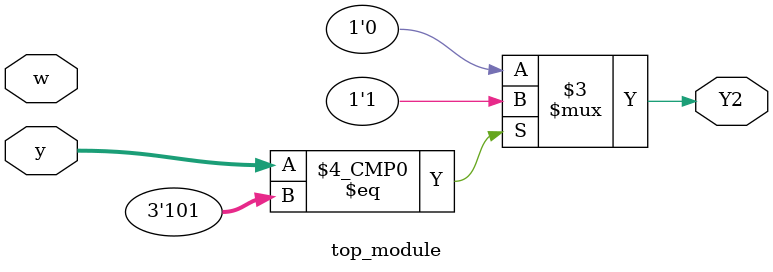
<source format=sv>
module top_module(
    input [3:1] y,
    input w,
    output reg Y2);
    
    always @(*) begin
        case(y)
            3'b000: Y2 = 1'b0;
            3'b001: Y2 = 1'b0;
            3'b010: Y2 = 1'b0;
            3'b011: Y2 = 1'b0;
            3'b100: Y2 = 1'b0;
            3'b101: Y2 = 1'b1;
            default: Y2 = 1'b0;
        endcase
    end
    
endmodule

</source>
